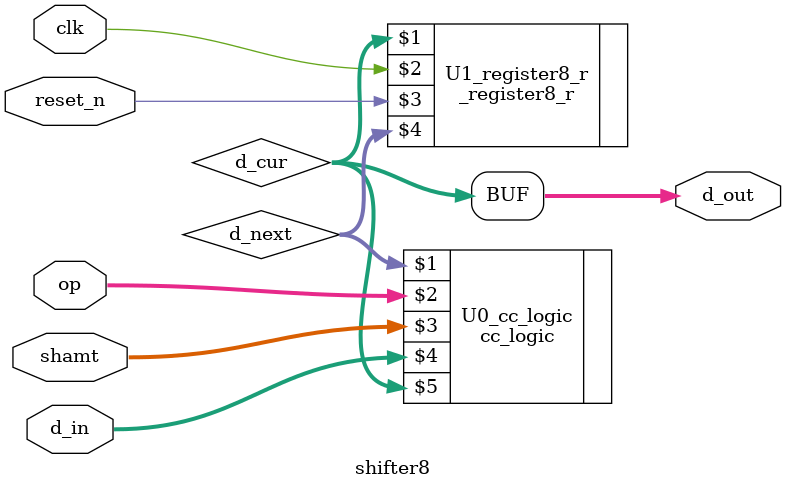
<source format=v>
module shifter8(d_out, clk, reset_n, op, shamt, d_in);		//8-bits shifter
	input clk, reset_n;
	input [2:0] op;
	input [1:0] shamt;
	input [7:0] d_in;
	output [7:0] d_out;
	
	wire [7:0] d_next, d_cur;
	
	cc_logic U0_cc_logic(d_next, op, shamt, d_in, d_cur);		//Combinational logic
	_register8_r U1_register8_r(d_cur, clk, reset_n, d_next);	//sequential logic
	assign d_out = d_cur;
	
endmodule

</source>
